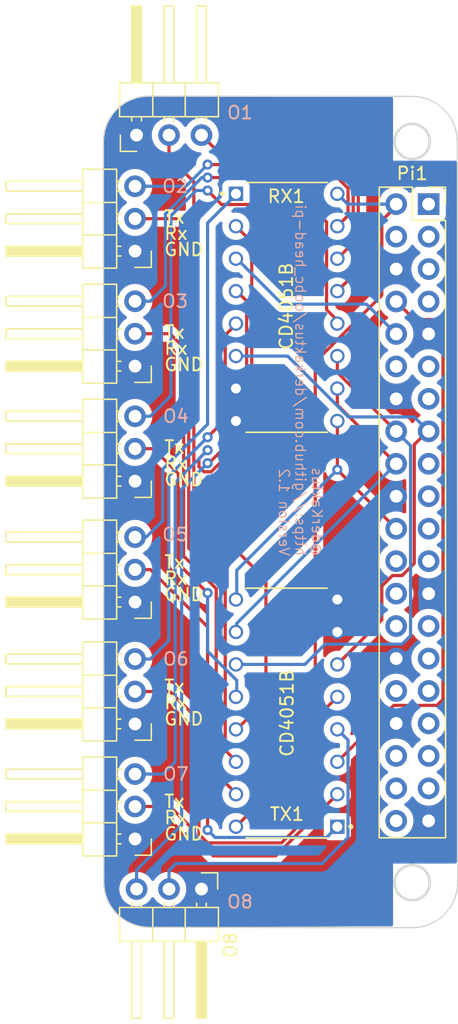
<source format=kicad_pcb>
(kicad_pcb (version 20221018) (generator pcbnew)
  (title_block (comment 4 "AISLER Project ID: WUFWUZDU"))
  (layers (0 "F.Cu" signal) (31 "B.Cu" signal) (34 "B.Paste" user) (35 "F.Paste" user) (36 "B.SilkS" user "B.Silkscreen") (37 "F.SilkS" user "F.Silkscreen") (38 "B.Mask" user) (39 "F.Mask" user) (44 "Edge.Cuts" user))
  (net 0 "")
  (net 1 "/RX_01")
  (net 2 "/TX_01")
  (net 3 "GND")
  (net 4 "/RX_02")
  (net 5 "/TX_02")
  (net 6 "/RX_03")
  (net 7 "/TX_03")
  (net 8 "/RX_04")
  (net 9 "/TX_04")
  (net 10 "/RX_05")
  (net 11 "/TX_05")
  (net 12 "/RX_06")
  (net 13 "/TX_06")
  (net 14 "/RX_07")
  (net 15 "/TX_07")
  (net 16 "/RX_08")
  (net 17 "/TX_08")
  (net 19 "+5V")
  (net 24 "/RX_Pi")
  (net 25 "/TX_Pi")
  (net 26 "/ID_A")
  (net 28 "/ID_B")
  (net 29 "/ID_C")
  (net 40 "/SW_OFF")
  (footprint "Library:CD4051" (layer "F.Cu") (at 52.545 81.182)
    (fp_text reference "RX1" (at -0.03 -8.69) (layer "F.SilkS"))
    (fp_text value "CD4051B" (at -0.03 -0.09 90) (layer "F.SilkS"))
    (pad "1" thru_hole rect (at -3.97 -8.89) (size 1.13 1.13) (drill 0.78) (layers "*.Cu" "*.Mask") (net 11 "/TX_05"))
    (pad "2" thru_hole circle (at -3.97 -6.35) (size 1.13 1.13) (drill 0.78) (layers "*.Cu" "*.Mask") (net 15 "/TX_07"))
    (pad "3" thru_hole circle (at -3.97 -3.81) (size 1.13 1.13) (drill 0.78) (layers "*.Cu" "*.Mask") (net 25 "/TX_Pi"))
    (pad "4" thru_hole circle (at -3.97 -1.27) (size 1.13 1.13) (drill 0.78) (layers "*.Cu" "*.Mask") (net 17 "/TX_08"))
    (pad "5" thru_hole circle (at -3.97 1.27) (size 1.13 1.13) (drill 0.78) (layers "*.Cu" "*.Mask") (net 13 "/TX_06"))
    (pad "6" thru_hole circle (at -3.97 3.81) (size 1.13 1.13) (drill 0.78) (layers "*.Cu" "*.Mask") (net 40 "/SW_OFF"))
    (pad "7" thru_hole circle (at -3.97 6.35) (size 1.13 1.13) (drill 0.78) (layers "*.Cu" "*.Mask") (net 3 "GND"))
    (pad "8" thru_hole circle (at -3.97 8.89) (size 1.13 1.13) (drill 0.78) (layers "*.Cu" "*.Mask") (net 3 "GND"))
    (pad "9" thru_hole circle (at 3.97 8.89) (size 1.13 1.13) (drill 0.78) (layers "*.Cu" "*.Mask") (net 29 "/ID_C"))
    (pad "10" thru_hole circle (at 3.97 6.35) (size 1.13 1.13) (drill 0.78) (layers "*.Cu" "*.Mask") (net 28 "/ID_B"))
    (pad "11" thru_hole circle (at 3.97 3.81) (size 1.13 1.13) (drill 0.78) (layers "*.Cu" "*.Mask") (net 26 "/ID_A"))
    (pad "12" thru_hole circle (at 3.97 1.27) (size 1.13 1.13) (drill 0.78) (layers "*.Cu" "*.Mask") (net 9 "/TX_04"))
    (pad "13" thru_hole circle (at 3.97 -1.27) (size 1.13 1.13) (drill 0.78) (layers "*.Cu" "*.Mask") (net 2 "/TX_01"))
    (pad "14" thru_hole circle (at 3.97 -3.81) (size 1.13 1.13) (drill 0.78) (layers "*.Cu" "*.Mask") (net 5 "/TX_02"))
    (pad "15" thru_hole circle (at 3.97 -6.35) (size 1.13 1.13) (drill 0.78) (layers "*.Cu" "*.Mask") (net 7 "/TX_03"))
    (pad "16" thru_hole circle (at 3.97 -8.89) (size 1.13 1.13) (drill 0.78) (layers "*.Cu" "*.Mask") (net 19 "+5V"))
  )
  (footprint "Library:CD4051" (layer "F.Cu") (at 52.545 112.932 180)
    (fp_text reference "TX1" (at -0.03 -7.91) (layer "F.SilkS"))
    (fp_text value "CD4051B" (at -0.03 -0.01 90) (layer "F.SilkS"))
    (pad "1" thru_hole rect (at -3.97 -8.89 180) (size 1.13 1.13) (drill 0.78) (layers "*.Cu" "*.Mask") (net 10 "/RX_05"))
    (pad "2" thru_hole circle (at -3.97 -6.35 180) (size 1.13 1.13) (drill 0.78) (layers "*.Cu" "*.Mask") (net 14 "/RX_07"))
    (pad "3" thru_hole circle (at -3.97 -3.81 180) (size 1.13 1.13) (drill 0.78) (layers "*.Cu" "*.Mask") (net 24 "/RX_Pi"))
    (pad "4" thru_hole circle (at -3.97 -1.27 180) (size 1.13 1.13) (drill 0.78) (layers "*.Cu" "*.Mask") (net 16 "/RX_08"))
    (pad "5" thru_hole circle (at -3.97 1.27 180) (size 1.13 1.13) (drill 0.78) (layers "*.Cu" "*.Mask") (net 12 "/RX_06"))
    (pad "6" thru_hole circle (at -3.97 3.81 180) (size 1.13 1.13) (drill 0.78) (layers "*.Cu" "*.Mask") (net 40 "/SW_OFF"))
    (pad "7" thru_hole circle (at -3.97 6.35 180) (size 1.13 1.13) (drill 0.78) (layers "*.Cu" "*.Mask") (net 3 "GND"))
    (pad "8" thru_hole circle (at -3.97 8.89 180) (size 1.13 1.13) (drill 0.78) (layers "*.Cu" "*.Mask") (net 3 "GND"))
    (pad "9" thru_hole circle (at 3.97 8.89 180) (size 1.13 1.13) (drill 0.78) (layers "*.Cu" "*.Mask") (net 29 "/ID_C"))
    (pad "10" thru_hole circle (at 3.97 6.35 180) (size 1.13 1.13) (drill 0.78) (layers "*.Cu" "*.Mask") (net 28 "/ID_B"))
    (pad "11" thru_hole circle (at 3.97 3.81 180) (size 1.13 1.13) (drill 0.78) (layers "*.Cu" "*.Mask") (net 26 "/ID_A"))
    (pad "12" thru_hole circle (at 3.97 1.27 180) (size 1.13 1.13) (drill 0.78) (layers "*.Cu" "*.Mask") (net 8 "/RX_04"))
    (pad "13" thru_hole circle (at 3.97 -1.27 180) (size 1.13 1.13) (drill 0.78) (layers "*.Cu" "*.Mask") (net 1 "/RX_01"))
    (pad "14" thru_hole circle (at 3.97 -3.81 180) (size 1.13 1.13) (drill 0.78) (layers "*.Cu" "*.Mask") (net 4 "/RX_02"))
    (pad "15" thru_hole circle (at 3.97 -6.35 180) (size 1.13 1.13) (drill 0.78) (layers "*.Cu" "*.Mask") (net 6 "/RX_03"))
    (pad "16" thru_hole circle (at 3.97 -8.89 180) (size 1.13 1.13) (drill 0.78) (layers "*.Cu" "*.Mask") (net 19 "+5V"))
  )
  (footprint "Connector_PinHeader_2.54mm:PinHeader_1x03_P2.54mm_Horizontal" (layer "F.Cu") (at 40.675 76.782 180)
    (fp_text reference "O2" (at -3.14 5.08 180) (layer "B.SilkS"))
    (fp_text value "Conn_OoB02")
    (pad "1" thru_hole rect (at 0 0 180) (size 1.7 1.7) (drill 1) (layers "*.Cu" "*.Mask") (net 3 "GND"))
    (pad "2" thru_hole oval (at 0 2.54 180) (size 1.7 1.7) (drill 1) (layers "*.Cu" "*.Mask") (net 4 "/RX_02"))
    (pad "3" thru_hole oval (at 0 5.08 180) (size 1.7 1.7) (drill 1) (layers "*.Cu" "*.Mask") (net 5 "/TX_02"))
  )
  (footprint "Connector_PinHeader_2.54mm:PinHeader_1x03_P2.54mm_Horizontal" (layer "F.Cu") (at 40.675 122.782 180)
    (fp_text reference "O7" (at -3.2 5.08 180) (layer "B.SilkS"))
    (fp_text value "Conn_OoB07")
    (pad "1" thru_hole rect (at 0 0 180) (size 1.7 1.7) (drill 1) (layers "*.Cu" "*.Mask") (net 3 "GND"))
    (pad "2" thru_hole oval (at 0 2.54 180) (size 1.7 1.7) (drill 1) (layers "*.Cu" "*.Mask") (net 14 "/RX_07"))
    (pad "3" thru_hole oval (at 0 5.08 180) (size 1.7 1.7) (drill 1) (layers "*.Cu" "*.Mask") (net 15 "/TX_07"))
  )
  (footprint "Connector_PinHeader_2.54mm:PinHeader_1x03_P2.54mm_Horizontal" (layer "F.Cu") (at 40.675 85.782 180)
    (fp_text reference "O3" (at -3.14 5.08 180) (layer "B.SilkS"))
    (fp_text value "Conn_OoB03")
    (pad "1" thru_hole rect (at 0 0 180) (size 1.7 1.7) (drill 1) (layers "*.Cu" "*.Mask") (net 3 "GND"))
    (pad "2" thru_hole oval (at 0 2.54 180) (size 1.7 1.7) (drill 1) (layers "*.Cu" "*.Mask") (net 6 "/RX_03"))
    (pad "3" thru_hole oval (at 0 5.08 180) (size 1.7 1.7) (drill 1) (layers "*.Cu" "*.Mask") (net 7 "/TX_03"))
  )
  (footprint "Connector_PinHeader_2.54mm:PinHeader_1x03_P2.54mm_Horizontal" (layer "F.Cu") (at 40.675 104.242 180)
    (fp_text reference "O5" (at -3.14 5.28 180) (layer "B.SilkS"))
    (fp_text value "Conn_OoB05")
    (pad "1" thru_hole rect (at 0 0 180) (size 1.7 1.7) (drill 1) (layers "*.Cu" "*.Mask") (net 3 "GND"))
    (pad "2" thru_hole oval (at 0 2.54 180) (size 1.7 1.7) (drill 1) (layers "*.Cu" "*.Mask") (net 10 "/RX_05"))
    (pad "3" thru_hole oval (at 0 5.08 180) (size 1.7 1.7) (drill 1) (layers "*.Cu" "*.Mask") (net 11 "/TX_05"))
  )
  (footprint "Connector_PinSocket_2.54mm:PinSocket_2x20_P2.54mm_Vertical" (layer "F.Cu") (at 63.665 73.102)
    (fp_text reference "Pi1" (at -1.29 -2.4) (layer "F.SilkS"))
    (fp_text value "Conn_02x20_Odd_Even_MountingPin" hide)
    (pad "1" thru_hole rect (at 0 0) (size 1.7 1.7) (drill 1) (layers "*.Cu" "*.Mask"))
    (pad "2" thru_hole oval (at -2.54 0) (size 1.7 1.7) (drill 1) (layers "*.Cu" "*.Mask") (net 19 "+5V"))
    (pad "3" thru_hole oval (at 0 2.54) (size 1.7 1.7) (drill 1) (layers "*.Cu" "*.Mask"))
    (pad "4" thru_hole oval (at -2.54 2.54) (size 1.7 1.7) (drill 1) (layers "*.Cu" "*.Mask"))
    (pad "5" thru_hole oval (at 0 5.08) (size 1.7 1.7) (drill 1) (layers "*.Cu" "*.Mask"))
    (pad "6" thru_hole oval (at -2.54 5.08) (size 1.7 1.7) (drill 1) (layers "*.Cu" "*.Mask") (net 3 "GND"))
    (pad "7" thru_hole oval (at 0 7.62) (size 1.7 1.7) (drill 1) (layers "*.Cu" "*.Mask"))
    (pad "8" thru_hole oval (at -2.54 7.62) (size 1.7 1.7) (drill 1) (layers "*.Cu" "*.Mask") (net 24 "/RX_Pi"))
    (pad "9" thru_hole oval (at 0 10.16) (size 1.7 1.7) (drill 1) (layers "*.Cu" "*.Mask") (net 3 "GND"))
    (pad "10" thru_hole oval (at -2.54 10.16) (size 1.7 1.7) (drill 1) (layers "*.Cu" "*.Mask") (net 25 "/TX_Pi"))
    (pad "11" thru_hole oval (at 0 12.7) (size 1.7 1.7) (drill 1) (layers "*.Cu" "*.Mask"))
    (pad "12" thru_hole oval (at -2.54 12.7) (size 1.7 1.7) (drill 1) (layers "*.Cu" "*.Mask"))
    (pad "13" thru_hole oval (at 0 15.24) (size 1.7 1.7) (drill 1) (layers "*.Cu" "*.Mask"))
    (pad "14" thru_hole oval (at -2.54 15.24) (size 1.7 1.7) (drill 1) (layers "*.Cu" "*.Mask") (net 3 "GND"))
    (pad "15" thru_hole oval (at 0 17.78) (size 1.7 1.7) (drill 1) (layers "*.Cu" "*.Mask") (net 40 "/SW_OFF"))
    (pad "16" thru_hole oval (at -2.54 17.78) (size 1.7 1.7) (drill 1) (layers "*.Cu" "*.Mask") (net 26 "/ID_A"))
    (pad "17" thru_hole oval (at 0 20.32) (size 1.7 1.7) (drill 1) (layers "*.Cu" "*.Mask"))
    (pad "18" thru_hole oval (at -2.54 20.32) (size 1.7 1.7) (drill 1) (layers "*.Cu" "*.Mask") (net 28 "/ID_B"))
    (pad "19" thru_hole oval (at 0 22.86) (size 1.7 1.7) (drill 1) (layers "*.Cu" "*.Mask"))
    (pad "20" thru_hole oval (at -2.54 22.86) (size 1.7 1.7) (drill 1) (layers "*.Cu" "*.Mask") (net 3 "GND"))
    (pad "21" thru_hole oval (at 0 25.4) (size 1.7 1.7) (drill 1) (layers "*.Cu" "*.Mask"))
    (pad "22" thru_hole oval (at -2.54 25.4) (size 1.7 1.7) (drill 1) (layers "*.Cu" "*.Mask") (net 29 "/ID_C"))
    (pad "23" thru_hole oval (at 0 27.94) (size 1.7 1.7) (drill 1) (layers "*.Cu" "*.Mask"))
    (pad "24" thru_hole oval (at -2.54 27.94) (size 1.7 1.7) (drill 1) (layers "*.Cu" "*.Mask"))
    (pad "25" thru_hole oval (at 0 30.48) (size 1.7 1.7) (drill 1) (layers "*.Cu" "*.Mask") (net 3 "GND"))
    (pad "26" thru_hole oval (at -2.54 30.48) (size 1.7 1.7) (drill 1) (layers "*.Cu" "*.Mask"))
    (pad "27" thru_hole oval (at 0 33.02) (size 1.7 1.7) (drill 1) (layers "*.Cu" "*.Mask"))
    (pad "28" thru_hole oval (at -2.54 33.02) (size 1.7 1.7) (drill 1) (layers "*.Cu" "*.Mask"))
    (pad "29" thru_hole oval (at 0 35.56) (size 1.7 1.7) (drill 1) (layers "*.Cu" "*.Mask"))
    (pad "30" thru_hole oval (at -2.54 35.56) (size 1.7 1.7) (drill 1) (layers "*.Cu" "*.Mask") (net 3 "GND"))
    (pad "31" thru_hole oval (at 0 38.1) (size 1.7 1.7) (drill 1) (layers "*.Cu" "*.Mask"))
    (pad "32" thru_hole oval (at -2.54 38.1) (size 1.7 1.7) (drill 1) (layers "*.Cu" "*.Mask"))
    (pad "33" thru_hole oval (at 0 40.64) (size 1.7 1.7) (drill 1) (layers "*.Cu" "*.Mask"))
    (pad "34" thru_hole oval (at -2.54 40.64) (size 1.7 1.7) (drill 1) (layers "*.Cu" "*.Mask") (net 3 "GND"))
    (pad "35" thru_hole oval (at 0 43.18) (size 1.7 1.7) (drill 1) (layers "*.Cu" "*.Mask"))
    (pad "36" thru_hole oval (at -2.54 43.18) (size 1.7 1.7) (drill 1) (layers "*.Cu" "*.Mask"))
    (pad "37" thru_hole oval (at 0 45.72) (size 1.7 1.7) (drill 1) (layers "*.Cu" "*.Mask"))
    (pad "38" thru_hole oval (at -2.54 45.72) (size 1.7 1.7) (drill 1) (layers "*.Cu" "*.Mask"))
    (pad "39" thru_hole oval (at 0 48.26) (size 1.7 1.7) (drill 1) (layers "*.Cu" "*.Mask") (net 3 "GND"))
    (pad "40" thru_hole oval (at -2.54 48.26) (size 1.7 1.7) (drill 1) (layers "*.Cu" "*.Mask"))
  )
  (footprint "Connector_PinHeader_2.54mm:PinHeader_1x03_P2.54mm_Horizontal" (layer "F.Cu") (at 40.795 67.702 90)
    (fp_text reference "O1" (at 1.76 8.1) (layer "B.SilkS"))
    (fp_text value "Conn_OoB01")
    (pad "1" thru_hole rect (at 0 0 90) (size 1.7 1.7) (drill 1) (layers "*.Cu" "*.Mask") (net 3 "GND"))
    (pad "2" thru_hole oval (at 0 2.54 90) (size 1.7 1.7) (drill 1) (layers "*.Cu" "*.Mask") (net 1 "/RX_01"))
    (pad "3" thru_hole oval (at 0 5.08 90) (size 1.7 1.7) (drill 1) (layers "*.Cu" "*.Mask") (net 2 "/TX_01"))
  )
  (footprint "Connector_PinHeader_2.54mm:PinHeader_1x03_P2.54mm_Horizontal" (layer "F.Cu") (at 45.875 126.702 -90)
    (fp_text reference "O8" (at 4.385 -2.27 90) (layer "F.SilkS"))
    (fp_text value "Conn_OoB08")
    (fp_text user "${REFERENCE}" (at 1 -3.02) (layer "B.SilkS"))
    (pad "1" thru_hole rect (at 0 0 270) (size 1.7 1.7) (drill 1) (layers "*.Cu" "*.Mask") (net 3 "GND"))
    (pad "2" thru_hole oval (at 0 2.54 270) (size 1.7 1.7) (drill 1) (layers "*.Cu" "*.Mask") (net 16 "/RX_08"))
    (pad "3" thru_hole oval (at 0 5.08 270) (size 1.7 1.7) (drill 1) (layers "*.Cu" "*.Mask") (net 17 "/TX_08"))
  )
  (footprint "Connector_PinHeader_2.54mm:PinHeader_1x03_P2.54mm_Horizontal" (layer "F.Cu") (at 40.675 113.782 180)
    (fp_text reference "O6" (at -3.2 5.08 180) (layer "B.SilkS"))
    (fp_text value "Conn_OoB06")
    (pad "1" thru_hole rect (at 0 0 180) (size 1.7 1.7) (drill 1) (layers "*.Cu" "*.Mask") (net 3 "GND"))
    (pad "2" thru_hole oval (at 0 2.54 180) (size 1.7 1.7) (drill 1) (layers "*.Cu" "*.Mask") (net 12 "/RX_06"))
    (pad "3" thru_hole oval (at 0 5.08 180) (size 1.7 1.7) (drill 1) (layers "*.Cu" "*.Mask") (net 13 "/TX_06"))
  )
  (footprint "Connector_PinHeader_2.54mm:PinHeader_1x03_P2.54mm_Horizontal" (layer "F.Cu") (at 40.675 94.782 180)
    (fp_text reference "O4" (at -3.2 5.08 180) (layer "B.SilkS"))
    (fp_text value "Conn_OoB04")
    (pad "1" thru_hole rect (at 0 0 180) (size 1.7 1.7) (drill 1) (layers "*.Cu" "*.Mask") (net 3 "GND"))
    (pad "2" thru_hole oval (at 0 2.54 180) (size 1.7 1.7) (drill 1) (layers "*.Cu" "*.Mask") (net 8 "/RX_04"))
    (pad "3" thru_hole oval (at 0 5.08 180) (size 1.7 1.7) (drill 1) (layers "*.Cu" "*.Mask") (net 9 "/TX_04"))
  )
  (gr_circle (center 62.375 68.202) (end 63.75 68.202) (stroke (width 0.2)) (fill none) (layer "Edge.Cuts"))
  (gr_line (start 38.201472 68.202472) (end 38.227 126.14) (stroke (width 0.1)) (layer "Edge.Cuts"))
  (gr_arc (start 62.357 64.672) (mid 64.871472 65.713528) (end 65.913 68.228) (stroke (width 0.1)) (layer "Edge.Cuts"))
  (gr_line (start 65.938528 126.165528) (end 65.913 68.228) (stroke (width 0.1)) (layer "Edge.Cuts"))
  (gr_line (start 41.757472 64.646472) (end 62.357 64.672) (stroke (width 0.1)) (layer "Edge.Cuts"))
  (gr_circle (center 62.375 126.202) (end 63.75 126.202) (stroke (width 0.2)) (fill none) (layer "Edge.Cuts"))
  (gr_arc (start 41.783 129.696) (mid 39.268528 128.654472) (end 38.227 126.14) (stroke (width 0.1)) (layer "Edge.Cuts"))
  (gr_arc (start 38.201472 68.202472) (mid 39.243 65.688) (end 41.757472 64.646472) (stroke (width 0.1)) (layer "Edge.Cuts"))
  (gr_arc (start 65.938528 126.165528) (mid 64.897 128.68) (end 62.382528 129.721528) (stroke (width 0.1)) (layer "Edge.Cuts"))
  (gr_line (start 62.382528 129.721528) (end 41.783 129.696) (stroke (width 0.1)) (layer "Edge.Cuts"))
  (gr_text "@derKaktus \nhttps://github.com/derkaktus/oobc_head-pi\nVersion 1.2" (at 51.875 100.702 270) (layer "B.SilkS") (effects (font (size 0.8 0.8) (thickness 0.1)) (justify left bottom mirror)))
  (gr_text "GND" (at 42.875 86.242) (layer "F.SilkS") (effects (font (size 1 1)) (justify left bottom)))
  (gr_text "Tx" (at 42.875 83.702) (layer "F.SilkS") (effects (font (size 1 1)) (justify left bottom)))
  (gr_text "GND" (at 42.875 77.242) (layer "F.SilkS") (effects (font (size 1 1)) (justify left bottom)))
  (gr_text "Rx" (at 42.875 84.972) (layer "F.SilkS") (effects (font (size 1 1)) (justify left bottom)))
  (gr_text "Rx" (at 42.875 75.972) (layer "F.SilkS") (effects (font (size 1 1)) (justify left bottom)))
  (gr_text "Tx" (at 42.875 92.702) (layer "F.SilkS") (effects (font (size 1 1)) (justify left bottom)))
  (gr_text "GND" (at 42.875 122.972) (layer "F.SilkS") (effects (font (size 1 1)) (justify left bottom)))
  (gr_text "Tx" (at 42.875 101.702) (layer "F.SilkS") (effects (font (size 1 1)) (justify left bottom)))
  (gr_text "Tx" (at 42.875 111.432) (layer "F.SilkS") (effects (font (size 1 1)) (justify left bottom)))
  (gr_text "Tx" (at 42.875 120.432) (layer "F.SilkS") (effects (font (size 1 1)) (justify left bottom)))
  (gr_text "Tx" (at 42.875 74.702) (layer "F.SilkS") (effects (font (size 1 1)) (justify left bottom)))
  (gr_text "Rx" (at 42.875 93.972) (layer "F.SilkS") (effects (font (size 1 1)) (justify left bottom)))
  (gr_text "Rx" (at 42.875 112.702) (layer "F.SilkS") (effects (font (size 1 1)) (justify left bottom)))
  (gr_text "Rx" (at 42.875 102.972) (layer "F.SilkS") (effects (font (size 1 1)) (justify left bottom)))
  (gr_text "GND" (at 42.875 95.242) (layer "F.SilkS") (effects (font (size 1 1)) (justify left bottom)))
  (gr_text "GND" (at 42.875 113.972) (layer "F.SilkS") (effects (font (size 1 1)) (justify left bottom)))
  (gr_text "Rx" (at 42.875 121.702) (layer "F.SilkS") (effects (font (size 1 1)) (justify left bottom)))
  (gr_text "GND" (at 42.875 104.242) (layer "F.SilkS") (effects (font (size 1 1)) (justify left bottom)))
  (segment (start 46.355 100.486) (end 48.895 100.486) (width 0.25) (layer "F.Cu") (net 1))
  (segment (start 48.895 100.486) (end 50.927 102.518) (width 0.25) (layer "F.Cu") (net 1))
  (segment (start 45.28 71.358405) (end 45.28 99.411) (width 0.25) (layer "F.Cu") (net 1))
  (segment (start 50.927 111.916) (end 48.641 114.202) (width 0.25) (layer "F.Cu") (net 1))
  (segment (start 43.335 69.413405) (end 45.28 71.358405) (width 0.25) (layer "F.Cu") (net 1))
  (segment (start 50.927 102.518) (end 50.927 111.916) (width 0.25) (layer "F.Cu") (net 1))
  (segment (start 43.335 67.702) (end 43.335 69.413405) (width 0.25) (layer "F.Cu") (net 1))
  (segment (start 45.28 99.411) (end 46.355 100.486) (width 0.25) (layer "F.Cu") (net 1))
  (segment (start 56.515 79.912) (end 58.155 78.272) (width 0.25) (layer "F.Cu") (net 2))
  (segment (start 55.614372 68.99) (end 47.163 68.99) (width 0.25) (layer "F.Cu") (net 2))
  (segment (start 47.163 68.99) (end 45.875 67.702) (width 0.25) (layer "F.Cu") (net 2))
  (segment (start 58.155 71.530628) (end 55.614372 68.99) (width 0.25) (layer "F.Cu") (net 2))
  (segment (start 58.155 78.272) (end 58.155 71.530628) (width 0.25) (layer "F.Cu") (net 2))
  (segment (start 44.88 74.707) (end 44.88 100.027) (width 0.25) (layer "F.Cu") (net 4))
  (segment (start 44.88 100.027) (end 47.735 102.882) (width 0.25) (layer "F.Cu") (net 4))
  (segment (start 47.735 102.882) (end 47.735 115.836) (width 0.25) (layer "F.Cu") (net 4))
  (segment (start 44.415 74.242) (end 44.88 74.707) (width 0.25) (layer "F.Cu") (net 4))
  (segment (start 40.675 74.242) (end 44.415 74.242) (width 0.25) (layer "F.Cu") (net 4))
  (segment (start 47.735 115.836) (end 48.641 116.742) (width 0.25) (layer "F.Cu") (net 4))
  (segment (start 57.755 71.696314) (end 56.064686 70.006) (width 0.25) (layer "F.Cu") (net 5))
  (segment (start 57.755 76.132) (end 57.755 71.696314) (width 0.25) (layer "F.Cu") (net 5))
  (segment (start 56.515 77.372) (end 57.755 76.132) (width 0.25) (layer "F.Cu") (net 5))
  (segment (start 56.064686 70.006) (end 46.355 70.006) (width 0.25) (layer "F.Cu") (net 5))
  (via (at 46.355 70.006) (size 0.8) (drill 0.4) (layers "F.Cu" "B.Cu") (net 5))
  (segment (start 44.659 71.702) (end 40.675 71.702) (width 0.25) (layer "B.Cu") (net 5))
  (segment (start 46.355 70.006) (end 44.659 71.702) (width 0.25) (layer "B.Cu") (net 5))
  (segment (start 44.48 84.307) (end 44.48 100.643) (width 0.25) (layer "F.Cu") (net 6))
  (segment (start 47.03 117.671) (end 48.641 119.282) (width 0.25) (layer "F.Cu") (net 6))
  (segment (start 40.675 83.242) (end 43.415 83.242) (width 0.25) (layer "F.Cu") (net 6))
  (segment (start 47.03 103.193) (end 47.03 117.671) (width 0.25) (layer "F.Cu") (net 6))
  (segment (start 43.415 83.242) (end 44.48 84.307) (width 0.25) (layer "F.Cu") (net 6))
  (segment (start 44.48 100.643) (end 47.03 103.193) (width 0.25) (layer "F.Cu") (net 6))
  (segment (start 57.355 71.862) (end 56.515 71.022) (width 0.25) (layer "F.Cu") (net 7))
  (segment (start 56.515 71.022) (end 46.355 71.022) (width 0.25) (layer "F.Cu") (net 7))
  (segment (start 57.355 73.992) (end 57.355 71.862) (width 0.25) (layer "F.Cu") (net 7))
  (segment (start 56.515 74.832) (end 57.355 73.992) (width 0.25) (layer "F.Cu") (net 7))
  (via (at 46.355 71.022) (size 0.8) (drill 0.4) (layers "F.Cu" "B.Cu") (net 7))
  (segment (start 43.053 73.873686) (end 45.904686 71.022) (width 0.25) (layer "B.Cu") (net 7))
  (segment (start 41.875 80.702) (end 43.053 79.524) (width 0.25) (layer "B.Cu") (net 7))
  (segment (start 40.675 80.702) (end 41.875 80.702) (width 0.25) (layer "B.Cu") (net 7))
  (segment (start 45.904686 71.022) (end 46.355 71.022) (width 0.25) (layer "B.Cu") (net 7))
  (segment (start 43.053 79.524) (end 43.053 73.873686) (width 0.25) (layer "B.Cu") (net 7))
  (segment (start 44.069 101.248) (end 46.355 103.534) (width 0.25) (layer "F.Cu") (net 8))
  (segment (start 44.069 94.19596) (end 44.069 101.248) (width 0.25) (layer "F.Cu") (net 8))
  (segment (start 40.675 92.242) (end 42.11504 92.242) (width 0.25) (layer "F.Cu") (net 8))
  (segment (start 42.11504 92.242) (end 44.069 94.19596) (width 0.25) (layer "F.Cu") (net 8))
  (via (at 46.355 103.534) (size 0.8) (drill 0.4) (layers "F.Cu" "B.Cu") (net 8))
  (segment (start 48.641 110.37594) (end 48.641 111.662) (width 0.25) (layer "B.Cu") (net 8))
  (segment (start 46.355 103.534) (end 46.355 108.08994) (width 0.25) (layer "B.Cu") (net 8))
  (segment (start 46.355 108.08994) (end 48.641 110.37594) (width 0.25) (layer "B.Cu") (net 8))
  (segment (start 46.355 72.038) (end 47.449 73.132) (width 0.25) (layer "F.Cu") (net 9))
  (segment (start 55.675 81.358) (end 56.515 82.198) (width 0.25) (layer "F.Cu") (net 9))
  (segment (start 55.675 74.5) (end 55.675 81.358) (width 0.25) (layer "F.Cu") (net 9))
  (segment (start 47.449 73.132) (end 54.307 73.132) (width 0.25) (layer "F.Cu") (net 9))
  (segment (start 54.307 73.132) (end 55.675 74.5) (width 0.25) (layer "F.Cu") (net 9))
  (via (at 46.355 72.038) (size 0.8) (drill 0.4) (layers "F.Cu" "B.Cu") (net 9))
  (segment (start 41.875 89.702) (end 43.481843 88.095157) (width 0.25) (layer "B.Cu") (net 9))
  (segment (start 40.675 89.702) (end 41.875 89.702) (width 0.25) (layer "B.Cu") (net 9))
  (segment (start 45.454372 72.038) (end 46.355 72.038) (width 0.25) (layer "B.Cu") (net 9))
  (segment (start 43.481843 74.010529) (end 45.454372 72.038) (width 0.25) (layer "B.Cu") (net 9))
  (segment (start 43.481843 88.095157) (end 43.481843 74.010529) (width 0.25) (layer "B.Cu") (net 9))
  (segment (start 46.355 106.182) (end 46.355 122.076) (width 0.25) (layer "F.Cu") (net 10))
  (segment (start 40.675 101.702) (end 41.875 101.702) (width 0.25) (layer "F.Cu") (net 10))
  (segment (start 41.875 101.702) (end 46.355 106.182) (width 0.25) (layer "F.Cu") (net 10))
  (via (at 46.355 122.076) (size 0.8) (drill 0.4) (layers "F.Cu" "B.Cu") (net 10))
  (segment (start 55.675 122.662) (end 56.515 121.822) (width 0.25) (layer "B.Cu") (net 10))
  (segment (start 46.355 122.076) (end 46.941 122.662) (width 0.25) (layer "B.Cu") (net 10))
  (segment (start 46.941 122.662) (end 55.675 122.662) (width 0.25) (layer "B.Cu") (net 10))
  (segment (start 40.675 99.162) (end 41.545 99.162) (width 0.25) (layer "B.Cu") (net 11))
  (segment (start 42.842 97.865) (end 42.842 93.839) (width 0.25) (layer "B.Cu") (net 11))
  (segment (start 42.842 93.839) (end 46.355 90.326) (width 0.25) (layer "B.Cu") (net 11))
  (segment (start 46.355 74.578) (end 48.641 72.292) (width 0.25) (layer "B.Cu") (net 11))
  (segment (start 41.545 99.162) (end 42.842 97.865) (width 0.25) (layer "B.Cu") (net 11))
  (segment (start 46.355 90.326) (end 46.355 74.578) (width 0.25) (layer "B.Cu") (net 11))
  (segment (start 45.68 122.417) (end 46.355 123.092) (width 0.25) (layer "F.Cu") (net 12))
  (segment (start 55.187314 120.044) (end 55.187314 112.989686) (width 0.25) (layer "F.Cu") (net 12))
  (segment (start 55.187314 112.989686) (end 56.515 111.662) (width 0.25) (layer "F.Cu") (net 12))
  (segment (start 52.139314 123.092) (end 55.187314 120.044) (width 0.25) (layer "F.Cu") (net 12))
  (segment (start 46.355 123.092) (end 52.139314 123.092) (width 0.25) (layer "F.Cu") (net 12))
  (segment (start 43.415 111.242) (end 45.68 113.507) (width 0.25) (layer "F.Cu") (net 12))
  (segment (start 40.675 111.242) (end 43.415 111.242) (width 0.25) (layer "F.Cu") (net 12))
  (segment (start 45.68 113.507) (end 45.68 122.417) (width 0.25) (layer "F.Cu") (net 12))
  (segment (start 47.735 83.358) (end 48.641 82.452) (width 0.25) (layer "F.Cu") (net 13))
  (segment (start 47.735 89.962) (end 47.735 83.358) (width 0.25) (layer "F.Cu") (net 13))
  (segment (start 46.355 91.342) (end 47.735 89.962) (width 0.25) (layer "F.Cu") (net 13))
  (via (at 46.355 91.342) (size 0.8) (drill 0.4) (layers "F.Cu" "B.Cu") (net 13))
  (segment (start 43.307 107.27) (end 43.307 94.39) (width 0.25) (layer "B.Cu") (net 13))
  (segment (start 43.307 94.39) (end 46.355 91.342) (width 0.25) (layer "B.Cu") (net 13))
  (segment (start 40.675 108.702) (end 41.875 108.702) (width 0.25) (layer "B.Cu") (net 13))
  (segment (start 41.875 108.702) (end 43.307 107.27) (width 0.25) (layer "B.Cu") (net 13))
  (segment (start 46.805314 124.108) (end 51.689 124.108) (width 0.25) (layer "F.Cu") (net 14))
  (segment (start 45.28 122.107) (end 45.28 122.582686) (width 0.25) (layer "F.Cu") (net 14))
  (segment (start 40.675 120.242) (end 43.415 120.242) (width 0.25) (layer "F.Cu") (net 14))
  (segment (start 43.415 120.242) (end 45.28 122.107) (width 0.25) (layer "F.Cu") (net 14))
  (segment (start 45.28 122.582686) (end 46.805314 124.108) (width 0.25) (layer "F.Cu") (net 14))
  (segment (start 51.689 124.108) (end 56.515 119.282) (width 0.25) (layer "F.Cu") (net 14))
  (segment (start 45.68 93.033) (end 46.355 92.358) (width 0.25) (layer "F.Cu") (net 15))
  (segment (start 46.075405 94.049) (end 45.68 93.653595) (width 0.25) (layer "F.Cu") (net 15))
  (segment (start 45.68 93.653595) (end 45.68 93.033) (width 0.25) (layer "F.Cu") (net 15))
  (segment (start 49.815 76.072) (end 49.815 90.868595) (width 0.25) (layer "F.Cu") (net 15))
  (segment (start 49.815 90.868595) (end 46.634595 94.049) (width 0.25) (layer "F.Cu") (net 15))
  (segment (start 46.634595 94.049) (end 46.075405 94.049) (width 0.25) (layer "F.Cu") (net 15))
  (segment (start 48.575 74.832) (end 49.815 76.072) (width 0.25) (layer "F.Cu") (net 15))
  (via (at 46.355 92.358) (size 0.8) (drill 0.4) (layers "F.Cu" "B.Cu") (net 15))
  (segment (start 40.675 117.702) (end 42.875 117.702) (width 0.25) (layer "B.Cu") (net 15))
  (segment (start 42.875 117.702) (end 43.815 116.762) (width 0.25) (layer "B.Cu") (net 15))
  (segment (start 43.815 116.762) (end 43.815 94.898) (width 0.25) (layer "B.Cu") (net 15))
  (segment (start 43.815 94.898) (end 46.355 92.358) (width 0.25) (layer "B.Cu") (net 15))
  (segment (start 57.355 122.662) (end 55.315 124.702) (width 0.25) (layer "B.Cu") (net 16))
  (segment (start 57.355 115.042) (end 57.355 122.662) (width 0.25) (layer "B.Cu") (net 16))
  (segment (start 56.515 114.202) (end 57.355 115.042) (width 0.25) (layer "B.Cu") (net 16))
  (segment (start 55.315 124.702) (end 43.875 124.702) (width 0.25) (layer "B.Cu") (net 16))
  (segment (start 43.335 125.242) (end 43.335 126.702) (width 0.25) (layer "B.Cu") (net 16))
  (segment (start 43.875 124.702) (end 43.335 125.242) (width 0.25) (layer "B.Cu") (net 16))
  (segment (start 49.415 90.41994) (end 49.415 80.686) (width 0.25) (layer "F.Cu") (net 17))
  (segment (start 49.415 80.686) (end 48.641 79.912) (width 0.25) (layer "F.Cu") (net 17))
  (segment (start 46.355 93.374) (end 46.46094 93.374) (width 0.25) (layer "F.Cu") (net 17))
  (segment (start 46.46094 93.374) (end 49.415 90.41994) (width 0.25) (layer "F.Cu") (net 17))
  (via (at 46.355 93.374) (size 0.8) (drill 0.4) (layers "F.Cu" "B.Cu") (net 17))
  (segment (start 44.323 95.406) (end 46.355 93.374) (width 0.25) (layer "B.Cu") (net 17))
  (segment (start 40.795 125.217) (end 44.323 121.689) (width 0.25) (layer "B.Cu") (net 17))
  (segment (start 40.795 126.702) (end 40.795 125.217) (width 0.25) (layer "B.Cu") (net 17))
  (segment (start 44.323 121.689) (end 44.323 95.406) (width 0.25) (layer "B.Cu") (net 17))
  (segment (start 60 80.237) (end 60 74.395) (width 0.25) (layer "F.Cu") (net 19))
  (segment (start 54.787314 85.449686) (end 60 80.237) (width 0.25) (layer "F.Cu") (net 19))
  (segment (start 54.787314 115.609686) (end 54.787314 85.449686) (width 0.25) (layer "F.Cu") (net 19))
  (segment (start 60 74.395) (end 61.341 73.054) (width 0.25) (layer "F.Cu") (net 19))
  (segment (start 48.575 121.822) (end 54.787314 115.609686) (width 0.25) (layer "F.Cu") (net 19))
  (segment (start 61.125 73.102) (end 57.325 73.102) (width 0.25) (layer "B.Cu") (net 19))
  (segment (start 57.325 73.102) (end 56.515 72.292) (width 0.25) (layer "B.Cu") (net 19))
  (segment (start 60.93 112.327) (end 64.323 112.327) (width 0.25) (layer "F.Cu") (net 24))
  (segment (start 64.582 82.137) (end 62.55 82.137) (width 0.25) (layer "F.Cu") (net 24))
  (segment (start 64.79 82.345) (end 64.582 82.137) (width 0.25) (layer "F.Cu") (net 24))
  (segment (start 64.79 111.86) (end 64.79 82.345) (width 0.25) (layer "F.Cu") (net 24))
  (segment (start 62.55 82.137) (end 61.341 80.928) (width 0.25) (layer "F.Cu") (net 24))
  (segment (start 56.515 116.742) (end 60.93 112.327) (width 0.25) (layer "F.Cu") (net 24))
  (segment (start 64.323 112.327) (end 64.79 111.86) (width 0.25) (layer "F.Cu") (net 24))
  (segment (start 61.125 83.262) (end 58.791 80.928) (width 0.25) (layer "B.Cu") (net 25))
  (segment (start 58.791 80.928) (end 52.197 80.928) (width 0.25) (layer "B.Cu") (net 25))
  (segment (start 52.197 80.928) (end 48.641 77.372) (width 0.25) (layer "B.Cu") (net 25))
  (segment (start 56.515 86.272) (end 56.515 84.992) (width 0.25) (layer "F.Cu") (net 26))
  (segment (start 61.125 90.882) (end 56.515 86.272) (width 0.25) (layer "F.Cu") (net 26))
  (segment (start 53.975 109.122) (end 48.641 109.122) (width 0.25) (layer "B.Cu") (net 26))
  (segment (start 61.125 90.882) (end 62.25 92.007) (width 0.25) (layer "B.Cu") (net 26))
  (segment (start 55.56 107.537) (end 53.975 109.122) (width 0.25) (layer "B.Cu") (net 26))
  (segment (start 61.590991 107.537) (end 55.56 107.537) (width 0.25) (layer "B.Cu") (net 26))
  (segment (start 62.25 92.007) (end 62.25 106.877991) (width 0.25) (layer "B.Cu") (net 26))
  (segment (start 62.25 106.877991) (end 61.590991 107.537) (width 0.25) (layer "B.Cu") (net 26))
  (segment (start 56.515 88.812) (end 56.515 87.786) (width 0.25) (layer "F.Cu") (net 28))
  (segment (start 61.125 93.422) (end 56.515 88.812) (width 0.25) (layer "F.Cu") (net 28))
  (segment (start 48.641 105.906) (end 48.641 106.582) (width 0.25) (layer "B.Cu") (net 28))
  (segment (start 61.125 93.422) (end 48.641 105.906) (width 0.25) (layer "B.Cu") (net 28))
  (segment (start 56.515 93.882) (end 56.515 90.072) (width 0.25) (layer "F.Cu") (net 29))
  (segment (start 61.125 98.502) (end 56.515 93.892) (width 0.25) (layer "F.Cu") (net 29))
  (segment (start 56.515 93.892) (end 56.515 93.882) (width 0.25) (layer "F.Cu") (net 29))
  (via (at 56.515 93.882) (size 0.8) (drill 0.4) (layers "F.Cu" "B.Cu") (net 29))
  (segment (start 48.641 101.756) (end 48.641 104.042) (width 0.25) (layer "B.Cu") (net 29))
  (segment (start 56.515 93.882) (end 48.641 101.756) (width 0.25) (layer "B.Cu") (net 29))
  (segment (start 60 103) (end 60.833 102.167) (width 0.25) (layer "F.Cu") (net 40))
  (segment (start 62.54 101.217991) (end 62.54 91.921) (width 0.25) (layer "F.Cu") (net 40))
  (segment (start 60.833 102.167) (end 61.590991 102.167) (width 0.25) (layer "F.Cu") (net 40))
  (segment (start 60 105.637) (end 60 103) (width 0.25) (layer "F.Cu") (net 40))
  (segment (start 62.54 91.921) (end 63.627 90.834) (width 0.25) (layer "F.Cu") (net 40))
  (segment (start 56.515 109.122) (end 60 105.637) (width 0.25) (layer "F.Cu") (net 40))
  (segment (start 61.590991 102.167) (end 62.54 101.217991) (width 0.25) (layer "F.Cu") (net 40))
  (segment (start 63.665 90.882) (end 62.54 89.757) (width 0.25) (layer "B.Cu") (net 40))
  (segment (start 52.62294 84.992) (end 48.641 84.992) (width 0.25) (layer "B.Cu") (net 40))
  (segment (start 62.54 89.757) (end 57.38794 89.757) (width 0.25) (layer "B.Cu") (net 40))
  (segment (start 57.38794 89.757) (end 52.62294 84.992) (width 0.25) (layer "B.Cu") (net 40))
  (zone (net 3) (net_name "GND") (layer "F.Cu") (connect_pads yes (clearance 0.5)) (min_thickness 0.25) (fill yes (thermal_gap 0.5) (thermal_bridge_width 0.5))
    (polygon (pts (xy 38.227 64.702) (xy 60.875 64.702) (xy 60.875 69.702) (xy 65.875 69.702) (xy 65.875 124.702) (xy 60.875 124.702) (xy 60.875 129.615601) (xy 38.227 129.696)))
  )
  (zone (net 3) (net_name "GND") (layer "B.Cu") (connect_pads yes (clearance 0.5)) (min_thickness 0.25) (fill yes (thermal_gap 0.5) (thermal_bridge_width 0.5))
    (polygon (pts (xy 38.227 64.702) (xy 60.875 64.702) (xy 60.875 69.702) (xy 65.875 69.702) (xy 65.875 124.702) (xy 60.875 124.702) (xy 60.875 129.615601) (xy 38.227 129.696)))
  )
)
</source>
